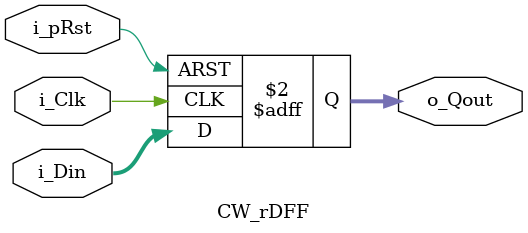
<source format=v>


// The above copyright notice and this permission notice shall be included in all copies or substantial portions of the Software.

// THE SOFTWARE IS PROVIDED “AS IS”, WITHOut WARRANTY OF ANY KIND, EXPRESS OR IMPLIED, 
// INCLUDING BUT NOT LIMITED TO THE WARRANTIES OF MERCHANTABILITY, FITNESS FOR A PARTICULAR PURPOSE AND NONINFRINGEMENT. 
// IN NO EVENT SHALL THE AUTHORS OR COPYRIGHT HOLDERS BE LIABLE FOR ANY CLAIM, DAMAGES OR OTHER LIABILITY, 
// WHETHER IN AN ACTION OF CONTRACT, TORT OR OTHERWISE, ARISING FROM, 
// Out OF OR IN CONNECTION WITH THE SOFTWARE OR THE USE OR OTHER DEALINGS IN THE SOFTWARE.


module CW_rDFF ( i_Clk , i_pRst,i_Din , o_Qout );
	
    parameter n = 4;  
	
    input   i_Clk, i_pRst;
	input   [ n -1 :0 ]  i_Din;
	output  [ n -1 :0 ]  o_Qout;
	
    reg     [ n -1 :0 ]  o_Qout;
	 
	always @ ( posedge i_Clk or posedge i_pRst) begin
    if (i_pRst)
	 o_Qout <= {{n-1{1'b0}},1'b1};
	 else
		o_Qout <= i_Din;
     end   
endmodule



</source>
